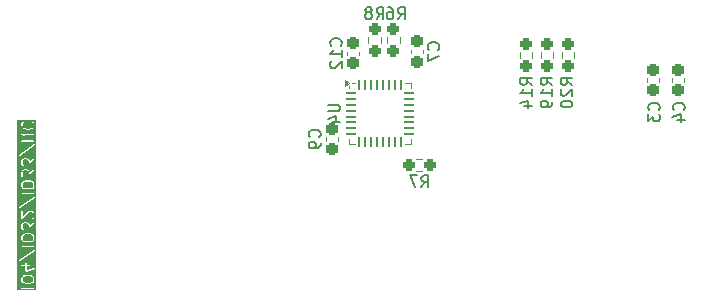
<source format=gbr>
%TF.GenerationSoftware,KiCad,Pcbnew,9.0.3*%
%TF.CreationDate,2025-11-28T17:50:14+01:00*%
%TF.ProjectId,esp32_POE,65737033-325f-4504-9f45-2e6b69636164,rev?*%
%TF.SameCoordinates,Original*%
%TF.FileFunction,Legend,Bot*%
%TF.FilePolarity,Positive*%
%FSLAX46Y46*%
G04 Gerber Fmt 4.6, Leading zero omitted, Abs format (unit mm)*
G04 Created by KiCad (PCBNEW 9.0.3) date 2025-11-28 17:50:14*
%MOMM*%
%LPD*%
G01*
G04 APERTURE LIST*
G04 Aperture macros list*
%AMRoundRect*
0 Rectangle with rounded corners*
0 $1 Rounding radius*
0 $2 $3 $4 $5 $6 $7 $8 $9 X,Y pos of 4 corners*
0 Add a 4 corners polygon primitive as box body*
4,1,4,$2,$3,$4,$5,$6,$7,$8,$9,$2,$3,0*
0 Add four circle primitives for the rounded corners*
1,1,$1+$1,$2,$3*
1,1,$1+$1,$4,$5*
1,1,$1+$1,$6,$7*
1,1,$1+$1,$8,$9*
0 Add four rect primitives between the rounded corners*
20,1,$1+$1,$2,$3,$4,$5,0*
20,1,$1+$1,$4,$5,$6,$7,0*
20,1,$1+$1,$6,$7,$8,$9,0*
20,1,$1+$1,$8,$9,$2,$3,0*%
G04 Aperture macros list end*
%ADD10C,0.100000*%
%ADD11C,0.150000*%
%ADD12C,0.120000*%
%ADD13C,2.400000*%
%ADD14C,1.530000*%
%ADD15C,1.446000*%
%ADD16C,3.250000*%
%ADD17R,1.600000X1.600000*%
%ADD18C,1.600000*%
%ADD19R,2.500000X2.500000*%
%ADD20C,2.500000*%
%ADD21R,2.200000X2.200000*%
%ADD22O,2.200000X2.200000*%
%ADD23R,1.700000X1.700000*%
%ADD24O,1.700000X1.700000*%
%ADD25R,1.350000X1.350000*%
%ADD26O,1.350000X1.350000*%
%ADD27R,1.500000X1.500000*%
%ADD28C,1.500000*%
%ADD29C,0.650000*%
%ADD30O,1.000000X2.100000*%
%ADD31O,1.000000X1.600000*%
%ADD32O,1.600000X1.600000*%
%ADD33C,2.000000*%
%ADD34RoundRect,0.237500X0.237500X-0.250000X0.237500X0.250000X-0.237500X0.250000X-0.237500X-0.250000X0*%
%ADD35RoundRect,0.062500X-0.062500X0.375000X-0.062500X-0.375000X0.062500X-0.375000X0.062500X0.375000X0*%
%ADD36RoundRect,0.062500X-0.375000X0.062500X-0.375000X-0.062500X0.375000X-0.062500X0.375000X0.062500X0*%
%ADD37R,3.300000X3.300000*%
%ADD38RoundRect,0.237500X-0.237500X0.250000X-0.237500X-0.250000X0.237500X-0.250000X0.237500X0.250000X0*%
%ADD39RoundRect,0.237500X-0.237500X0.300000X-0.237500X-0.300000X0.237500X-0.300000X0.237500X0.300000X0*%
%ADD40RoundRect,0.237500X-0.250000X-0.237500X0.250000X-0.237500X0.250000X0.237500X-0.250000X0.237500X0*%
%ADD41RoundRect,0.237500X0.237500X-0.300000X0.237500X0.300000X-0.237500X0.300000X-0.237500X-0.300000X0*%
G04 APERTURE END LIST*
D10*
G36*
X208759161Y-142393645D02*
G01*
X208838867Y-142473351D01*
X208877580Y-142550776D01*
X208877580Y-142717645D01*
X208838867Y-142795070D01*
X208759161Y-142874776D01*
X208588092Y-142917544D01*
X208267069Y-142917544D01*
X208095999Y-142874776D01*
X208016292Y-142795069D01*
X207977580Y-142717645D01*
X207977580Y-142550776D01*
X208016292Y-142473352D01*
X208095999Y-142393645D01*
X208267069Y-142350878D01*
X208588092Y-142350878D01*
X208759161Y-142393645D01*
G37*
G36*
X208759161Y-138869836D02*
G01*
X208838867Y-138949542D01*
X208877580Y-139026967D01*
X208877580Y-139193836D01*
X208838867Y-139271261D01*
X208759161Y-139350967D01*
X208588092Y-139393735D01*
X208267069Y-139393735D01*
X208095999Y-139350967D01*
X208016292Y-139271260D01*
X207977580Y-139193836D01*
X207977580Y-139026967D01*
X208016292Y-138949543D01*
X208095999Y-138869836D01*
X208267069Y-138827069D01*
X208588092Y-138827069D01*
X208759161Y-138869836D01*
G37*
G36*
X208759161Y-134393646D02*
G01*
X208838867Y-134473352D01*
X208877580Y-134550777D01*
X208877580Y-134717646D01*
X208838867Y-134795071D01*
X208759161Y-134874777D01*
X208588092Y-134917545D01*
X208267069Y-134917545D01*
X208095999Y-134874777D01*
X208016292Y-134795070D01*
X207977580Y-134717646D01*
X207977580Y-134550777D01*
X208016292Y-134473353D01*
X208095999Y-134393646D01*
X208267069Y-134350879D01*
X208588092Y-134350879D01*
X208759161Y-134393646D01*
G37*
G36*
X209136185Y-143557226D02*
G01*
X207529325Y-143557226D01*
X207529325Y-143376981D01*
X207881386Y-143376981D01*
X207881386Y-143415249D01*
X207908446Y-143442309D01*
X207927580Y-143446115D01*
X208927580Y-143446115D01*
X208946714Y-143442309D01*
X208973774Y-143415249D01*
X208973774Y-143376981D01*
X208946714Y-143349921D01*
X208927580Y-143346115D01*
X207927580Y-143346115D01*
X207908446Y-143349921D01*
X207881386Y-143376981D01*
X207529325Y-143376981D01*
X207529325Y-142538973D01*
X207877580Y-142538973D01*
X207877580Y-142729449D01*
X207878068Y-142731905D01*
X207877706Y-142732994D01*
X207879822Y-142740721D01*
X207881386Y-142748583D01*
X207882197Y-142749394D01*
X207882859Y-142751810D01*
X207930479Y-142847048D01*
X207935394Y-142853382D01*
X207939845Y-142860042D01*
X208035083Y-142955280D01*
X208039585Y-142958288D01*
X208040672Y-142960099D01*
X208046210Y-142962715D01*
X208051304Y-142966119D01*
X208053415Y-142966119D01*
X208058311Y-142968432D01*
X208248787Y-143016051D01*
X208254904Y-143016348D01*
X208260914Y-143017544D01*
X208594247Y-143017544D01*
X208600256Y-143016348D01*
X208606374Y-143016051D01*
X208796850Y-142968432D01*
X208801746Y-142966119D01*
X208803857Y-142966119D01*
X208808950Y-142962715D01*
X208814489Y-142960099D01*
X208815575Y-142958288D01*
X208820078Y-142955280D01*
X208915316Y-142860042D01*
X208919766Y-142853382D01*
X208924682Y-142847048D01*
X208972301Y-142751810D01*
X208972962Y-142749394D01*
X208973774Y-142748583D01*
X208975337Y-142740721D01*
X208977454Y-142732994D01*
X208977091Y-142731905D01*
X208977580Y-142729449D01*
X208977580Y-142538973D01*
X208977091Y-142536516D01*
X208977454Y-142535428D01*
X208975337Y-142527700D01*
X208973774Y-142519839D01*
X208972962Y-142519027D01*
X208972301Y-142516612D01*
X208924682Y-142421374D01*
X208919766Y-142415039D01*
X208915316Y-142408380D01*
X208820078Y-142313142D01*
X208815575Y-142310133D01*
X208814489Y-142308323D01*
X208808950Y-142305706D01*
X208803857Y-142302303D01*
X208801746Y-142302303D01*
X208796850Y-142299990D01*
X208606374Y-142252371D01*
X208600256Y-142252073D01*
X208594247Y-142250878D01*
X208260914Y-142250878D01*
X208254904Y-142252073D01*
X208248787Y-142252371D01*
X208058311Y-142299990D01*
X208053415Y-142302303D01*
X208051304Y-142302303D01*
X208046210Y-142305706D01*
X208040672Y-142308323D01*
X208039585Y-142310133D01*
X208035083Y-142313142D01*
X207939845Y-142408380D01*
X207935394Y-142415039D01*
X207930479Y-142421374D01*
X207882859Y-142516612D01*
X207882197Y-142519027D01*
X207881386Y-142519839D01*
X207879822Y-142527700D01*
X207877706Y-142535428D01*
X207878068Y-142536516D01*
X207877580Y-142538973D01*
X207529325Y-142538973D01*
X207529325Y-141424601D01*
X207881386Y-141424601D01*
X207881386Y-141462869D01*
X207908446Y-141489929D01*
X207927580Y-141493735D01*
X208210914Y-141493735D01*
X208210914Y-141919925D01*
X208214720Y-141939059D01*
X208220538Y-141944877D01*
X208223141Y-141952685D01*
X208233550Y-141957889D01*
X208241780Y-141966119D01*
X208250010Y-141966119D01*
X208257370Y-141969799D01*
X208276725Y-141967359D01*
X208991011Y-141729264D01*
X209007959Y-141719603D01*
X209025074Y-141685374D01*
X209012972Y-141649070D01*
X208978744Y-141631956D01*
X208959388Y-141634396D01*
X208310914Y-141850554D01*
X208310914Y-141493735D01*
X208594247Y-141493735D01*
X208613381Y-141489929D01*
X208640441Y-141462869D01*
X208640441Y-141424601D01*
X208613381Y-141397541D01*
X208594247Y-141393735D01*
X208310914Y-141393735D01*
X208310914Y-141300878D01*
X208307108Y-141281744D01*
X208280048Y-141254684D01*
X208241780Y-141254684D01*
X208214720Y-141281744D01*
X208210914Y-141300878D01*
X208210914Y-141393735D01*
X207927580Y-141393735D01*
X207908446Y-141397541D01*
X207881386Y-141424601D01*
X207529325Y-141424601D01*
X207529325Y-141072485D01*
X207640436Y-141072485D01*
X207661663Y-141104326D01*
X207699188Y-141111831D01*
X207717220Y-141104385D01*
X209002935Y-140247243D01*
X209016744Y-140233462D01*
X209024249Y-140195937D01*
X209003022Y-140164096D01*
X208965496Y-140156591D01*
X208947465Y-140164038D01*
X207661750Y-141021179D01*
X207647941Y-141034960D01*
X207640436Y-141072485D01*
X207529325Y-141072485D01*
X207529325Y-139853172D01*
X207881386Y-139853172D01*
X207881386Y-139891440D01*
X207908446Y-139918500D01*
X207927580Y-139922306D01*
X208927580Y-139922306D01*
X208946714Y-139918500D01*
X208973774Y-139891440D01*
X208973774Y-139853172D01*
X208946714Y-139826112D01*
X208927580Y-139822306D01*
X207927580Y-139822306D01*
X207908446Y-139826112D01*
X207881386Y-139853172D01*
X207529325Y-139853172D01*
X207529325Y-139015164D01*
X207877580Y-139015164D01*
X207877580Y-139205640D01*
X207878068Y-139208096D01*
X207877706Y-139209185D01*
X207879822Y-139216912D01*
X207881386Y-139224774D01*
X207882197Y-139225585D01*
X207882859Y-139228001D01*
X207930479Y-139323239D01*
X207935394Y-139329573D01*
X207939845Y-139336233D01*
X208035083Y-139431471D01*
X208039585Y-139434479D01*
X208040672Y-139436290D01*
X208046210Y-139438906D01*
X208051304Y-139442310D01*
X208053415Y-139442310D01*
X208058311Y-139444623D01*
X208248787Y-139492242D01*
X208254904Y-139492539D01*
X208260914Y-139493735D01*
X208594247Y-139493735D01*
X208600256Y-139492539D01*
X208606374Y-139492242D01*
X208796850Y-139444623D01*
X208801746Y-139442310D01*
X208803857Y-139442310D01*
X208808950Y-139438906D01*
X208814489Y-139436290D01*
X208815575Y-139434479D01*
X208820078Y-139431471D01*
X208915316Y-139336233D01*
X208919766Y-139329573D01*
X208924682Y-139323239D01*
X208972301Y-139228001D01*
X208972962Y-139225585D01*
X208973774Y-139224774D01*
X208975337Y-139216912D01*
X208977454Y-139209185D01*
X208977091Y-139208096D01*
X208977580Y-139205640D01*
X208977580Y-139015164D01*
X208977091Y-139012707D01*
X208977454Y-139011619D01*
X208975337Y-139003891D01*
X208973774Y-138996030D01*
X208972962Y-138995218D01*
X208972301Y-138992803D01*
X208924682Y-138897565D01*
X208919766Y-138891230D01*
X208915316Y-138884571D01*
X208820078Y-138789333D01*
X208815575Y-138786324D01*
X208814489Y-138784514D01*
X208808950Y-138781897D01*
X208803857Y-138778494D01*
X208801746Y-138778494D01*
X208796850Y-138776181D01*
X208606374Y-138728562D01*
X208600256Y-138728264D01*
X208594247Y-138727069D01*
X208260914Y-138727069D01*
X208254904Y-138728264D01*
X208248787Y-138728562D01*
X208058311Y-138776181D01*
X208053415Y-138778494D01*
X208051304Y-138778494D01*
X208046210Y-138781897D01*
X208040672Y-138784514D01*
X208039585Y-138786324D01*
X208035083Y-138789333D01*
X207939845Y-138884571D01*
X207935394Y-138891230D01*
X207930479Y-138897565D01*
X207882859Y-138992803D01*
X207882197Y-138995218D01*
X207881386Y-138996030D01*
X207879822Y-139003891D01*
X207877706Y-139011619D01*
X207878068Y-139012707D01*
X207877580Y-139015164D01*
X207529325Y-139015164D01*
X207529325Y-138015164D01*
X207877580Y-138015164D01*
X207877580Y-138300878D01*
X207878068Y-138303334D01*
X207877706Y-138304423D01*
X207879822Y-138312150D01*
X207881386Y-138320012D01*
X207882197Y-138320823D01*
X207882859Y-138323239D01*
X207930479Y-138418477D01*
X207935394Y-138424811D01*
X207939845Y-138431471D01*
X207987463Y-138479090D01*
X208003684Y-138489929D01*
X208041953Y-138489929D01*
X208069013Y-138462869D01*
X208069013Y-138424600D01*
X208058174Y-138408379D01*
X208016292Y-138366498D01*
X207977580Y-138289074D01*
X207977580Y-138026967D01*
X208016292Y-137949543D01*
X208052437Y-137913399D01*
X208129861Y-137874688D01*
X208344349Y-137874688D01*
X208421772Y-137913399D01*
X208457916Y-137949544D01*
X208496628Y-138026967D01*
X208496628Y-138158021D01*
X208499402Y-138171967D01*
X208499264Y-138174040D01*
X208499976Y-138174854D01*
X208500434Y-138177155D01*
X208512874Y-138189595D01*
X208524463Y-138202840D01*
X208526237Y-138202958D01*
X208527494Y-138204215D01*
X208545093Y-138204215D01*
X208562647Y-138205385D01*
X208564679Y-138204215D01*
X208565762Y-138204215D01*
X208567232Y-138202744D01*
X208579553Y-138195650D01*
X208877580Y-137934876D01*
X208877580Y-138443735D01*
X208881386Y-138462869D01*
X208908446Y-138489929D01*
X208946714Y-138489929D01*
X208973774Y-138462869D01*
X208977580Y-138443735D01*
X208977580Y-137824688D01*
X208974805Y-137810741D01*
X208974944Y-137808669D01*
X208974231Y-137807854D01*
X208973774Y-137805554D01*
X208961333Y-137793113D01*
X208949745Y-137779869D01*
X208947970Y-137779750D01*
X208946714Y-137778494D01*
X208929115Y-137778494D01*
X208911561Y-137777324D01*
X208909529Y-137778494D01*
X208908446Y-137778494D01*
X208906975Y-137779964D01*
X208894655Y-137787059D01*
X208596628Y-138047832D01*
X208596628Y-138015164D01*
X208596139Y-138012707D01*
X208596502Y-138011619D01*
X208594385Y-138003891D01*
X208592822Y-137996030D01*
X208592010Y-137995218D01*
X208591349Y-137992803D01*
X208543730Y-137897565D01*
X208538818Y-137891236D01*
X208534364Y-137884570D01*
X208486745Y-137836952D01*
X208480083Y-137832500D01*
X208473750Y-137827585D01*
X208378513Y-137779967D01*
X208376097Y-137779305D01*
X208375286Y-137778494D01*
X208367424Y-137776930D01*
X208359697Y-137774814D01*
X208358608Y-137775176D01*
X208356152Y-137774688D01*
X208118057Y-137774688D01*
X208115600Y-137775176D01*
X208114512Y-137774814D01*
X208106784Y-137776930D01*
X208098923Y-137778494D01*
X208098111Y-137779305D01*
X208095696Y-137779967D01*
X208000458Y-137827586D01*
X207994129Y-137832497D01*
X207987463Y-137836952D01*
X207939845Y-137884571D01*
X207935394Y-137891230D01*
X207930479Y-137897565D01*
X207882859Y-137992803D01*
X207882197Y-137995218D01*
X207881386Y-137996030D01*
X207879822Y-138003891D01*
X207877706Y-138011619D01*
X207878068Y-138012707D01*
X207877580Y-138015164D01*
X207529325Y-138015164D01*
X207529325Y-136872307D01*
X207877580Y-136872307D01*
X207877580Y-137491354D01*
X207881386Y-137510488D01*
X207908446Y-137537548D01*
X207946714Y-137537548D01*
X207962935Y-137526709D01*
X208526017Y-136963627D01*
X208649979Y-136922307D01*
X208725301Y-136922307D01*
X208802724Y-136961018D01*
X208838868Y-136997163D01*
X208877580Y-137074586D01*
X208877580Y-137289074D01*
X208838868Y-137366497D01*
X208796987Y-137408380D01*
X208786148Y-137424601D01*
X208786148Y-137462869D01*
X208813208Y-137489929D01*
X208851476Y-137489929D01*
X208867697Y-137479090D01*
X208915316Y-137431472D01*
X208919770Y-137424805D01*
X208924682Y-137418477D01*
X208972301Y-137323239D01*
X208972962Y-137320823D01*
X208973774Y-137320012D01*
X208975337Y-137312150D01*
X208977454Y-137304423D01*
X208977091Y-137303334D01*
X208977580Y-137300878D01*
X208977580Y-137062783D01*
X208977091Y-137060326D01*
X208977454Y-137059238D01*
X208975337Y-137051510D01*
X208973774Y-137043649D01*
X208972962Y-137042837D01*
X208972301Y-137040422D01*
X208924682Y-136945184D01*
X208919770Y-136938855D01*
X208915316Y-136932189D01*
X208867697Y-136884571D01*
X208861035Y-136880119D01*
X208854702Y-136875204D01*
X208759465Y-136827586D01*
X208757049Y-136826924D01*
X208756238Y-136826113D01*
X208748376Y-136824549D01*
X208740649Y-136822433D01*
X208739560Y-136822795D01*
X208737104Y-136822307D01*
X208641866Y-136822307D01*
X208634004Y-136823870D01*
X208626054Y-136824873D01*
X208483198Y-136872492D01*
X208481023Y-136873732D01*
X208479875Y-136873732D01*
X208473214Y-136878182D01*
X208466249Y-136882153D01*
X208465735Y-136883180D01*
X208463654Y-136884571D01*
X207977580Y-137370644D01*
X207977580Y-136872307D01*
X207973774Y-136853173D01*
X207946714Y-136826113D01*
X207908446Y-136826113D01*
X207881386Y-136853173D01*
X207877580Y-136872307D01*
X207529325Y-136872307D01*
X207529325Y-136596295D01*
X207640436Y-136596295D01*
X207661663Y-136628136D01*
X207699188Y-136635641D01*
X207717220Y-136628195D01*
X209002935Y-135771053D01*
X209016744Y-135757272D01*
X209024249Y-135719747D01*
X209003022Y-135687906D01*
X208965496Y-135680401D01*
X208947465Y-135687848D01*
X207661750Y-136544989D01*
X207647941Y-136558770D01*
X207640436Y-136596295D01*
X207529325Y-136596295D01*
X207529325Y-135376982D01*
X207881386Y-135376982D01*
X207881386Y-135415250D01*
X207908446Y-135442310D01*
X207927580Y-135446116D01*
X208927580Y-135446116D01*
X208946714Y-135442310D01*
X208973774Y-135415250D01*
X208973774Y-135376982D01*
X208946714Y-135349922D01*
X208927580Y-135346116D01*
X207927580Y-135346116D01*
X207908446Y-135349922D01*
X207881386Y-135376982D01*
X207529325Y-135376982D01*
X207529325Y-134538974D01*
X207877580Y-134538974D01*
X207877580Y-134729450D01*
X207878068Y-134731906D01*
X207877706Y-134732995D01*
X207879822Y-134740722D01*
X207881386Y-134748584D01*
X207882197Y-134749395D01*
X207882859Y-134751811D01*
X207930479Y-134847049D01*
X207935394Y-134853383D01*
X207939845Y-134860043D01*
X208035083Y-134955281D01*
X208039585Y-134958289D01*
X208040672Y-134960100D01*
X208046210Y-134962716D01*
X208051304Y-134966120D01*
X208053415Y-134966120D01*
X208058311Y-134968433D01*
X208248787Y-135016052D01*
X208254904Y-135016349D01*
X208260914Y-135017545D01*
X208594247Y-135017545D01*
X208600256Y-135016349D01*
X208606374Y-135016052D01*
X208796850Y-134968433D01*
X208801746Y-134966120D01*
X208803857Y-134966120D01*
X208808950Y-134962716D01*
X208814489Y-134960100D01*
X208815575Y-134958289D01*
X208820078Y-134955281D01*
X208915316Y-134860043D01*
X208919766Y-134853383D01*
X208924682Y-134847049D01*
X208972301Y-134751811D01*
X208972962Y-134749395D01*
X208973774Y-134748584D01*
X208975337Y-134740722D01*
X208977454Y-134732995D01*
X208977091Y-134731906D01*
X208977580Y-134729450D01*
X208977580Y-134538974D01*
X208977091Y-134536517D01*
X208977454Y-134535429D01*
X208975337Y-134527701D01*
X208973774Y-134519840D01*
X208972962Y-134519028D01*
X208972301Y-134516613D01*
X208924682Y-134421375D01*
X208919766Y-134415040D01*
X208915316Y-134408381D01*
X208820078Y-134313143D01*
X208815575Y-134310134D01*
X208814489Y-134308324D01*
X208808950Y-134305707D01*
X208803857Y-134302304D01*
X208801746Y-134302304D01*
X208796850Y-134299991D01*
X208606374Y-134252372D01*
X208600256Y-134252074D01*
X208594247Y-134250879D01*
X208260914Y-134250879D01*
X208254904Y-134252074D01*
X208248787Y-134252372D01*
X208058311Y-134299991D01*
X208053415Y-134302304D01*
X208051304Y-134302304D01*
X208046210Y-134305707D01*
X208040672Y-134308324D01*
X208039585Y-134310134D01*
X208035083Y-134313143D01*
X207939845Y-134408381D01*
X207935394Y-134415040D01*
X207930479Y-134421375D01*
X207882859Y-134516613D01*
X207882197Y-134519028D01*
X207881386Y-134519840D01*
X207879822Y-134527701D01*
X207877706Y-134535429D01*
X207878068Y-134536517D01*
X207877580Y-134538974D01*
X207529325Y-134538974D01*
X207529325Y-133538974D01*
X207877580Y-133538974D01*
X207877580Y-133824688D01*
X207878068Y-133827144D01*
X207877706Y-133828233D01*
X207879822Y-133835960D01*
X207881386Y-133843822D01*
X207882197Y-133844633D01*
X207882859Y-133847049D01*
X207930479Y-133942287D01*
X207935394Y-133948621D01*
X207939845Y-133955281D01*
X207987463Y-134002900D01*
X208003684Y-134013739D01*
X208041953Y-134013739D01*
X208069013Y-133986679D01*
X208069013Y-133948410D01*
X208058174Y-133932189D01*
X208016292Y-133890308D01*
X207977580Y-133812884D01*
X207977580Y-133550777D01*
X208016292Y-133473353D01*
X208052437Y-133437209D01*
X208129861Y-133398498D01*
X208344349Y-133398498D01*
X208421772Y-133437209D01*
X208457916Y-133473354D01*
X208496628Y-133550777D01*
X208496628Y-133681831D01*
X208499402Y-133695777D01*
X208499264Y-133697850D01*
X208499976Y-133698664D01*
X208500434Y-133700965D01*
X208512874Y-133713405D01*
X208524463Y-133726650D01*
X208526237Y-133726768D01*
X208527494Y-133728025D01*
X208545093Y-133728025D01*
X208562647Y-133729195D01*
X208564679Y-133728025D01*
X208565762Y-133728025D01*
X208567232Y-133726554D01*
X208579553Y-133719460D01*
X208877580Y-133458686D01*
X208877580Y-133967545D01*
X208881386Y-133986679D01*
X208908446Y-134013739D01*
X208946714Y-134013739D01*
X208973774Y-133986679D01*
X208977580Y-133967545D01*
X208977580Y-133348498D01*
X208974805Y-133334551D01*
X208974944Y-133332479D01*
X208974231Y-133331664D01*
X208973774Y-133329364D01*
X208961333Y-133316923D01*
X208949745Y-133303679D01*
X208947970Y-133303560D01*
X208946714Y-133302304D01*
X208929115Y-133302304D01*
X208911561Y-133301134D01*
X208909529Y-133302304D01*
X208908446Y-133302304D01*
X208906975Y-133303774D01*
X208894655Y-133310869D01*
X208596628Y-133571642D01*
X208596628Y-133538974D01*
X208596139Y-133536517D01*
X208596502Y-133535429D01*
X208594385Y-133527701D01*
X208592822Y-133519840D01*
X208592010Y-133519028D01*
X208591349Y-133516613D01*
X208543730Y-133421375D01*
X208538818Y-133415046D01*
X208534364Y-133408380D01*
X208486745Y-133360762D01*
X208480083Y-133356310D01*
X208473750Y-133351395D01*
X208378513Y-133303777D01*
X208376097Y-133303115D01*
X208375286Y-133302304D01*
X208367424Y-133300740D01*
X208359697Y-133298624D01*
X208358608Y-133298986D01*
X208356152Y-133298498D01*
X208118057Y-133298498D01*
X208115600Y-133298986D01*
X208114512Y-133298624D01*
X208106784Y-133300740D01*
X208098923Y-133302304D01*
X208098111Y-133303115D01*
X208095696Y-133303777D01*
X208000458Y-133351396D01*
X207994129Y-133356307D01*
X207987463Y-133360762D01*
X207939845Y-133408381D01*
X207935394Y-133415040D01*
X207930479Y-133421375D01*
X207882859Y-133516613D01*
X207882197Y-133519028D01*
X207881386Y-133519840D01*
X207879822Y-133527701D01*
X207877706Y-133535429D01*
X207878068Y-133536517D01*
X207877580Y-133538974D01*
X207529325Y-133538974D01*
X207529325Y-132586593D01*
X207877580Y-132586593D01*
X207877580Y-132872307D01*
X207878068Y-132874763D01*
X207877706Y-132875852D01*
X207879822Y-132883579D01*
X207881386Y-132891441D01*
X207882197Y-132892252D01*
X207882859Y-132894668D01*
X207930479Y-132989906D01*
X207935394Y-132996240D01*
X207939845Y-133002900D01*
X207987463Y-133050519D01*
X208003684Y-133061358D01*
X208041953Y-133061358D01*
X208069013Y-133034298D01*
X208069013Y-132996029D01*
X208058174Y-132979808D01*
X208016292Y-132937927D01*
X207977580Y-132860503D01*
X207977580Y-132598396D01*
X208016292Y-132520972D01*
X208052437Y-132484828D01*
X208129861Y-132446117D01*
X208344349Y-132446117D01*
X208421772Y-132484828D01*
X208457916Y-132520973D01*
X208496628Y-132598396D01*
X208496628Y-132729450D01*
X208499402Y-132743396D01*
X208499264Y-132745469D01*
X208499976Y-132746283D01*
X208500434Y-132748584D01*
X208512874Y-132761024D01*
X208524463Y-132774269D01*
X208526237Y-132774387D01*
X208527494Y-132775644D01*
X208545093Y-132775644D01*
X208562647Y-132776814D01*
X208564679Y-132775644D01*
X208565762Y-132775644D01*
X208567232Y-132774173D01*
X208579553Y-132767079D01*
X208877580Y-132506305D01*
X208877580Y-133015164D01*
X208881386Y-133034298D01*
X208908446Y-133061358D01*
X208946714Y-133061358D01*
X208973774Y-133034298D01*
X208977580Y-133015164D01*
X208977580Y-132396117D01*
X208974805Y-132382170D01*
X208974944Y-132380098D01*
X208974231Y-132379283D01*
X208973774Y-132376983D01*
X208961333Y-132364542D01*
X208949745Y-132351298D01*
X208947970Y-132351179D01*
X208946714Y-132349923D01*
X208929115Y-132349923D01*
X208911561Y-132348753D01*
X208909529Y-132349923D01*
X208908446Y-132349923D01*
X208906975Y-132351393D01*
X208894655Y-132358488D01*
X208596628Y-132619261D01*
X208596628Y-132586593D01*
X208596139Y-132584136D01*
X208596502Y-132583048D01*
X208594385Y-132575320D01*
X208592822Y-132567459D01*
X208592010Y-132566647D01*
X208591349Y-132564232D01*
X208543730Y-132468994D01*
X208538818Y-132462665D01*
X208534364Y-132455999D01*
X208486745Y-132408381D01*
X208480083Y-132403929D01*
X208473750Y-132399014D01*
X208378513Y-132351396D01*
X208376097Y-132350734D01*
X208375286Y-132349923D01*
X208367424Y-132348359D01*
X208359697Y-132346243D01*
X208358608Y-132346605D01*
X208356152Y-132346117D01*
X208118057Y-132346117D01*
X208115600Y-132346605D01*
X208114512Y-132346243D01*
X208106784Y-132348359D01*
X208098923Y-132349923D01*
X208098111Y-132350734D01*
X208095696Y-132351396D01*
X208000458Y-132399015D01*
X207994129Y-132403926D01*
X207987463Y-132408381D01*
X207939845Y-132456000D01*
X207935394Y-132462659D01*
X207930479Y-132468994D01*
X207882859Y-132564232D01*
X207882197Y-132566647D01*
X207881386Y-132567459D01*
X207879822Y-132575320D01*
X207877706Y-132583048D01*
X207878068Y-132584136D01*
X207877580Y-132586593D01*
X207529325Y-132586593D01*
X207529325Y-132120105D01*
X207640436Y-132120105D01*
X207661663Y-132151946D01*
X207699188Y-132159451D01*
X207717220Y-132152005D01*
X209002935Y-131294863D01*
X209016744Y-131281082D01*
X209024249Y-131243557D01*
X209003022Y-131211716D01*
X208965496Y-131204211D01*
X208947465Y-131211658D01*
X207661750Y-132068799D01*
X207647941Y-132082580D01*
X207640436Y-132120105D01*
X207529325Y-132120105D01*
X207529325Y-130342192D01*
X207877979Y-130342192D01*
X207881386Y-130354684D01*
X207881386Y-130367632D01*
X207886240Y-130372486D01*
X207888048Y-130379113D01*
X207902773Y-130391910D01*
X208739302Y-130869926D01*
X207927580Y-130869926D01*
X207908446Y-130873732D01*
X207881386Y-130900792D01*
X207881386Y-130939060D01*
X207908446Y-130966120D01*
X207927580Y-130969926D01*
X208927580Y-130969926D01*
X208946714Y-130966120D01*
X208951568Y-130961265D01*
X208958195Y-130959458D01*
X208964620Y-130948213D01*
X208973774Y-130939060D01*
X208973774Y-130932194D01*
X208977181Y-130926232D01*
X208973774Y-130913739D01*
X208973774Y-130900792D01*
X208968918Y-130895936D01*
X208967112Y-130889312D01*
X208952387Y-130876514D01*
X208115858Y-130398498D01*
X208927580Y-130398498D01*
X208946714Y-130394692D01*
X208973774Y-130367632D01*
X208973774Y-130329364D01*
X208946714Y-130302304D01*
X208927580Y-130298498D01*
X207927580Y-130298498D01*
X207908446Y-130302304D01*
X207903591Y-130307158D01*
X207896965Y-130308966D01*
X207890539Y-130320210D01*
X207881386Y-130329364D01*
X207881386Y-130336229D01*
X207877979Y-130342192D01*
X207529325Y-130342192D01*
X207529325Y-129491355D01*
X207877580Y-129491355D01*
X207877580Y-129586593D01*
X207879143Y-129594454D01*
X207880146Y-129602405D01*
X207927766Y-129745262D01*
X207929006Y-129747437D01*
X207929006Y-129748584D01*
X207933455Y-129755242D01*
X207937427Y-129762210D01*
X207938454Y-129762723D01*
X207939845Y-129764805D01*
X208035083Y-129860043D01*
X208041742Y-129864493D01*
X208048077Y-129869409D01*
X208143315Y-129917028D01*
X208148596Y-129918474D01*
X208153549Y-129920814D01*
X208344025Y-129968433D01*
X208350142Y-129968730D01*
X208356152Y-129969926D01*
X208499009Y-129969926D01*
X208505018Y-129968730D01*
X208511136Y-129968433D01*
X208701612Y-129920814D01*
X208706564Y-129918474D01*
X208711846Y-129917028D01*
X208807083Y-129869410D01*
X208813416Y-129864494D01*
X208820078Y-129860043D01*
X208915316Y-129764805D01*
X208916706Y-129762723D01*
X208917734Y-129762210D01*
X208921704Y-129755244D01*
X208926155Y-129748584D01*
X208926155Y-129747436D01*
X208927395Y-129745261D01*
X208975014Y-129602405D01*
X208976016Y-129594454D01*
X208977580Y-129586593D01*
X208977580Y-129491355D01*
X208976016Y-129483493D01*
X208975014Y-129475543D01*
X208927395Y-129332687D01*
X208926155Y-129330511D01*
X208926155Y-129329363D01*
X208921700Y-129322696D01*
X208917734Y-129315738D01*
X208916707Y-129315224D01*
X208915316Y-129313142D01*
X208867697Y-129265524D01*
X208851476Y-129254685D01*
X208813208Y-129254685D01*
X208786148Y-129281745D01*
X208786148Y-129320013D01*
X208796987Y-129336234D01*
X208836259Y-129375507D01*
X208877580Y-129499468D01*
X208877580Y-129578480D01*
X208836259Y-129702441D01*
X208755106Y-129783595D01*
X208672034Y-129825131D01*
X208492854Y-129869926D01*
X208362307Y-129869926D01*
X208183128Y-129825131D01*
X208100054Y-129783594D01*
X208018901Y-129702441D01*
X207977580Y-129578478D01*
X207977580Y-129499469D01*
X208018901Y-129375506D01*
X208058174Y-129336235D01*
X208069013Y-129320014D01*
X208069013Y-129281745D01*
X208041953Y-129254685D01*
X208003684Y-129254685D01*
X207987463Y-129265524D01*
X207939845Y-129313143D01*
X207938454Y-129315224D01*
X207937427Y-129315738D01*
X207933455Y-129322705D01*
X207929006Y-129329364D01*
X207929006Y-129330510D01*
X207927766Y-129332686D01*
X207880146Y-129475543D01*
X207879143Y-129483493D01*
X207877580Y-129491355D01*
X207529325Y-129491355D01*
X207529325Y-129143574D01*
X209136185Y-129143574D01*
X209136185Y-143557226D01*
G37*
D11*
X237941666Y-120604819D02*
X238274999Y-120128628D01*
X238513094Y-120604819D02*
X238513094Y-119604819D01*
X238513094Y-119604819D02*
X238132142Y-119604819D01*
X238132142Y-119604819D02*
X238036904Y-119652438D01*
X238036904Y-119652438D02*
X237989285Y-119700057D01*
X237989285Y-119700057D02*
X237941666Y-119795295D01*
X237941666Y-119795295D02*
X237941666Y-119938152D01*
X237941666Y-119938152D02*
X237989285Y-120033390D01*
X237989285Y-120033390D02*
X238036904Y-120081009D01*
X238036904Y-120081009D02*
X238132142Y-120128628D01*
X238132142Y-120128628D02*
X238513094Y-120128628D01*
X237370237Y-120033390D02*
X237465475Y-119985771D01*
X237465475Y-119985771D02*
X237513094Y-119938152D01*
X237513094Y-119938152D02*
X237560713Y-119842914D01*
X237560713Y-119842914D02*
X237560713Y-119795295D01*
X237560713Y-119795295D02*
X237513094Y-119700057D01*
X237513094Y-119700057D02*
X237465475Y-119652438D01*
X237465475Y-119652438D02*
X237370237Y-119604819D01*
X237370237Y-119604819D02*
X237179761Y-119604819D01*
X237179761Y-119604819D02*
X237084523Y-119652438D01*
X237084523Y-119652438D02*
X237036904Y-119700057D01*
X237036904Y-119700057D02*
X236989285Y-119795295D01*
X236989285Y-119795295D02*
X236989285Y-119842914D01*
X236989285Y-119842914D02*
X237036904Y-119938152D01*
X237036904Y-119938152D02*
X237084523Y-119985771D01*
X237084523Y-119985771D02*
X237179761Y-120033390D01*
X237179761Y-120033390D02*
X237370237Y-120033390D01*
X237370237Y-120033390D02*
X237465475Y-120081009D01*
X237465475Y-120081009D02*
X237513094Y-120128628D01*
X237513094Y-120128628D02*
X237560713Y-120223866D01*
X237560713Y-120223866D02*
X237560713Y-120414342D01*
X237560713Y-120414342D02*
X237513094Y-120509580D01*
X237513094Y-120509580D02*
X237465475Y-120557200D01*
X237465475Y-120557200D02*
X237370237Y-120604819D01*
X237370237Y-120604819D02*
X237179761Y-120604819D01*
X237179761Y-120604819D02*
X237084523Y-120557200D01*
X237084523Y-120557200D02*
X237036904Y-120509580D01*
X237036904Y-120509580D02*
X236989285Y-120414342D01*
X236989285Y-120414342D02*
X236989285Y-120223866D01*
X236989285Y-120223866D02*
X237036904Y-120128628D01*
X237036904Y-120128628D02*
X237084523Y-120081009D01*
X237084523Y-120081009D02*
X237179761Y-120033390D01*
X233849819Y-127838095D02*
X234659342Y-127838095D01*
X234659342Y-127838095D02*
X234754580Y-127885714D01*
X234754580Y-127885714D02*
X234802200Y-127933333D01*
X234802200Y-127933333D02*
X234849819Y-128028571D01*
X234849819Y-128028571D02*
X234849819Y-128219047D01*
X234849819Y-128219047D02*
X234802200Y-128314285D01*
X234802200Y-128314285D02*
X234754580Y-128361904D01*
X234754580Y-128361904D02*
X234659342Y-128409523D01*
X234659342Y-128409523D02*
X233849819Y-128409523D01*
X234183152Y-129314285D02*
X234849819Y-129314285D01*
X233802200Y-129076190D02*
X234516485Y-128838095D01*
X234516485Y-128838095D02*
X234516485Y-129457142D01*
X251129819Y-126157142D02*
X250653628Y-125823809D01*
X251129819Y-125585714D02*
X250129819Y-125585714D01*
X250129819Y-125585714D02*
X250129819Y-125966666D01*
X250129819Y-125966666D02*
X250177438Y-126061904D01*
X250177438Y-126061904D02*
X250225057Y-126109523D01*
X250225057Y-126109523D02*
X250320295Y-126157142D01*
X250320295Y-126157142D02*
X250463152Y-126157142D01*
X250463152Y-126157142D02*
X250558390Y-126109523D01*
X250558390Y-126109523D02*
X250606009Y-126061904D01*
X250606009Y-126061904D02*
X250653628Y-125966666D01*
X250653628Y-125966666D02*
X250653628Y-125585714D01*
X251129819Y-127109523D02*
X251129819Y-126538095D01*
X251129819Y-126823809D02*
X250129819Y-126823809D01*
X250129819Y-126823809D02*
X250272676Y-126728571D01*
X250272676Y-126728571D02*
X250367914Y-126633333D01*
X250367914Y-126633333D02*
X250415533Y-126538095D01*
X250463152Y-127966666D02*
X251129819Y-127966666D01*
X250082200Y-127728571D02*
X250796485Y-127490476D01*
X250796485Y-127490476D02*
X250796485Y-128109523D01*
X263934580Y-128283333D02*
X263982200Y-128235714D01*
X263982200Y-128235714D02*
X264029819Y-128092857D01*
X264029819Y-128092857D02*
X264029819Y-127997619D01*
X264029819Y-127997619D02*
X263982200Y-127854762D01*
X263982200Y-127854762D02*
X263886961Y-127759524D01*
X263886961Y-127759524D02*
X263791723Y-127711905D01*
X263791723Y-127711905D02*
X263601247Y-127664286D01*
X263601247Y-127664286D02*
X263458390Y-127664286D01*
X263458390Y-127664286D02*
X263267914Y-127711905D01*
X263267914Y-127711905D02*
X263172676Y-127759524D01*
X263172676Y-127759524D02*
X263077438Y-127854762D01*
X263077438Y-127854762D02*
X263029819Y-127997619D01*
X263029819Y-127997619D02*
X263029819Y-128092857D01*
X263029819Y-128092857D02*
X263077438Y-128235714D01*
X263077438Y-128235714D02*
X263125057Y-128283333D01*
X263363152Y-129140476D02*
X264029819Y-129140476D01*
X262982200Y-128902381D02*
X263696485Y-128664286D01*
X263696485Y-128664286D02*
X263696485Y-129283333D01*
X239741666Y-120604819D02*
X240074999Y-120128628D01*
X240313094Y-120604819D02*
X240313094Y-119604819D01*
X240313094Y-119604819D02*
X239932142Y-119604819D01*
X239932142Y-119604819D02*
X239836904Y-119652438D01*
X239836904Y-119652438D02*
X239789285Y-119700057D01*
X239789285Y-119700057D02*
X239741666Y-119795295D01*
X239741666Y-119795295D02*
X239741666Y-119938152D01*
X239741666Y-119938152D02*
X239789285Y-120033390D01*
X239789285Y-120033390D02*
X239836904Y-120081009D01*
X239836904Y-120081009D02*
X239932142Y-120128628D01*
X239932142Y-120128628D02*
X240313094Y-120128628D01*
X238884523Y-119604819D02*
X239074999Y-119604819D01*
X239074999Y-119604819D02*
X239170237Y-119652438D01*
X239170237Y-119652438D02*
X239217856Y-119700057D01*
X239217856Y-119700057D02*
X239313094Y-119842914D01*
X239313094Y-119842914D02*
X239360713Y-120033390D01*
X239360713Y-120033390D02*
X239360713Y-120414342D01*
X239360713Y-120414342D02*
X239313094Y-120509580D01*
X239313094Y-120509580D02*
X239265475Y-120557200D01*
X239265475Y-120557200D02*
X239170237Y-120604819D01*
X239170237Y-120604819D02*
X238979761Y-120604819D01*
X238979761Y-120604819D02*
X238884523Y-120557200D01*
X238884523Y-120557200D02*
X238836904Y-120509580D01*
X238836904Y-120509580D02*
X238789285Y-120414342D01*
X238789285Y-120414342D02*
X238789285Y-120176247D01*
X238789285Y-120176247D02*
X238836904Y-120081009D01*
X238836904Y-120081009D02*
X238884523Y-120033390D01*
X238884523Y-120033390D02*
X238979761Y-119985771D01*
X238979761Y-119985771D02*
X239170237Y-119985771D01*
X239170237Y-119985771D02*
X239265475Y-120033390D01*
X239265475Y-120033390D02*
X239313094Y-120081009D01*
X239313094Y-120081009D02*
X239360713Y-120176247D01*
X234904580Y-122844642D02*
X234952200Y-122797023D01*
X234952200Y-122797023D02*
X234999819Y-122654166D01*
X234999819Y-122654166D02*
X234999819Y-122558928D01*
X234999819Y-122558928D02*
X234952200Y-122416071D01*
X234952200Y-122416071D02*
X234856961Y-122320833D01*
X234856961Y-122320833D02*
X234761723Y-122273214D01*
X234761723Y-122273214D02*
X234571247Y-122225595D01*
X234571247Y-122225595D02*
X234428390Y-122225595D01*
X234428390Y-122225595D02*
X234237914Y-122273214D01*
X234237914Y-122273214D02*
X234142676Y-122320833D01*
X234142676Y-122320833D02*
X234047438Y-122416071D01*
X234047438Y-122416071D02*
X233999819Y-122558928D01*
X233999819Y-122558928D02*
X233999819Y-122654166D01*
X233999819Y-122654166D02*
X234047438Y-122797023D01*
X234047438Y-122797023D02*
X234095057Y-122844642D01*
X234999819Y-123797023D02*
X234999819Y-123225595D01*
X234999819Y-123511309D02*
X233999819Y-123511309D01*
X233999819Y-123511309D02*
X234142676Y-123416071D01*
X234142676Y-123416071D02*
X234237914Y-123320833D01*
X234237914Y-123320833D02*
X234285533Y-123225595D01*
X234095057Y-124177976D02*
X234047438Y-124225595D01*
X234047438Y-124225595D02*
X233999819Y-124320833D01*
X233999819Y-124320833D02*
X233999819Y-124558928D01*
X233999819Y-124558928D02*
X234047438Y-124654166D01*
X234047438Y-124654166D02*
X234095057Y-124701785D01*
X234095057Y-124701785D02*
X234190295Y-124749404D01*
X234190295Y-124749404D02*
X234285533Y-124749404D01*
X234285533Y-124749404D02*
X234428390Y-124701785D01*
X234428390Y-124701785D02*
X234999819Y-124130357D01*
X234999819Y-124130357D02*
X234999819Y-124749404D01*
X261834580Y-128283333D02*
X261882200Y-128235714D01*
X261882200Y-128235714D02*
X261929819Y-128092857D01*
X261929819Y-128092857D02*
X261929819Y-127997619D01*
X261929819Y-127997619D02*
X261882200Y-127854762D01*
X261882200Y-127854762D02*
X261786961Y-127759524D01*
X261786961Y-127759524D02*
X261691723Y-127711905D01*
X261691723Y-127711905D02*
X261501247Y-127664286D01*
X261501247Y-127664286D02*
X261358390Y-127664286D01*
X261358390Y-127664286D02*
X261167914Y-127711905D01*
X261167914Y-127711905D02*
X261072676Y-127759524D01*
X261072676Y-127759524D02*
X260977438Y-127854762D01*
X260977438Y-127854762D02*
X260929819Y-127997619D01*
X260929819Y-127997619D02*
X260929819Y-128092857D01*
X260929819Y-128092857D02*
X260977438Y-128235714D01*
X260977438Y-128235714D02*
X261025057Y-128283333D01*
X260929819Y-128616667D02*
X260929819Y-129235714D01*
X260929819Y-129235714D02*
X261310771Y-128902381D01*
X261310771Y-128902381D02*
X261310771Y-129045238D01*
X261310771Y-129045238D02*
X261358390Y-129140476D01*
X261358390Y-129140476D02*
X261406009Y-129188095D01*
X261406009Y-129188095D02*
X261501247Y-129235714D01*
X261501247Y-129235714D02*
X261739342Y-129235714D01*
X261739342Y-129235714D02*
X261834580Y-129188095D01*
X261834580Y-129188095D02*
X261882200Y-129140476D01*
X261882200Y-129140476D02*
X261929819Y-129045238D01*
X261929819Y-129045238D02*
X261929819Y-128759524D01*
X261929819Y-128759524D02*
X261882200Y-128664286D01*
X261882200Y-128664286D02*
X261834580Y-128616667D01*
X254529819Y-126157142D02*
X254053628Y-125823809D01*
X254529819Y-125585714D02*
X253529819Y-125585714D01*
X253529819Y-125585714D02*
X253529819Y-125966666D01*
X253529819Y-125966666D02*
X253577438Y-126061904D01*
X253577438Y-126061904D02*
X253625057Y-126109523D01*
X253625057Y-126109523D02*
X253720295Y-126157142D01*
X253720295Y-126157142D02*
X253863152Y-126157142D01*
X253863152Y-126157142D02*
X253958390Y-126109523D01*
X253958390Y-126109523D02*
X254006009Y-126061904D01*
X254006009Y-126061904D02*
X254053628Y-125966666D01*
X254053628Y-125966666D02*
X254053628Y-125585714D01*
X253625057Y-126538095D02*
X253577438Y-126585714D01*
X253577438Y-126585714D02*
X253529819Y-126680952D01*
X253529819Y-126680952D02*
X253529819Y-126919047D01*
X253529819Y-126919047D02*
X253577438Y-127014285D01*
X253577438Y-127014285D02*
X253625057Y-127061904D01*
X253625057Y-127061904D02*
X253720295Y-127109523D01*
X253720295Y-127109523D02*
X253815533Y-127109523D01*
X253815533Y-127109523D02*
X253958390Y-127061904D01*
X253958390Y-127061904D02*
X254529819Y-126490476D01*
X254529819Y-126490476D02*
X254529819Y-127109523D01*
X253529819Y-127728571D02*
X253529819Y-127823809D01*
X253529819Y-127823809D02*
X253577438Y-127919047D01*
X253577438Y-127919047D02*
X253625057Y-127966666D01*
X253625057Y-127966666D02*
X253720295Y-128014285D01*
X253720295Y-128014285D02*
X253910771Y-128061904D01*
X253910771Y-128061904D02*
X254148866Y-128061904D01*
X254148866Y-128061904D02*
X254339342Y-128014285D01*
X254339342Y-128014285D02*
X254434580Y-127966666D01*
X254434580Y-127966666D02*
X254482200Y-127919047D01*
X254482200Y-127919047D02*
X254529819Y-127823809D01*
X254529819Y-127823809D02*
X254529819Y-127728571D01*
X254529819Y-127728571D02*
X254482200Y-127633333D01*
X254482200Y-127633333D02*
X254434580Y-127585714D01*
X254434580Y-127585714D02*
X254339342Y-127538095D01*
X254339342Y-127538095D02*
X254148866Y-127490476D01*
X254148866Y-127490476D02*
X253910771Y-127490476D01*
X253910771Y-127490476D02*
X253720295Y-127538095D01*
X253720295Y-127538095D02*
X253625057Y-127585714D01*
X253625057Y-127585714D02*
X253577438Y-127633333D01*
X253577438Y-127633333D02*
X253529819Y-127728571D01*
X241741666Y-134834819D02*
X242074999Y-134358628D01*
X242313094Y-134834819D02*
X242313094Y-133834819D01*
X242313094Y-133834819D02*
X241932142Y-133834819D01*
X241932142Y-133834819D02*
X241836904Y-133882438D01*
X241836904Y-133882438D02*
X241789285Y-133930057D01*
X241789285Y-133930057D02*
X241741666Y-134025295D01*
X241741666Y-134025295D02*
X241741666Y-134168152D01*
X241741666Y-134168152D02*
X241789285Y-134263390D01*
X241789285Y-134263390D02*
X241836904Y-134311009D01*
X241836904Y-134311009D02*
X241932142Y-134358628D01*
X241932142Y-134358628D02*
X242313094Y-134358628D01*
X241408332Y-133834819D02*
X240741666Y-133834819D01*
X240741666Y-133834819D02*
X241170237Y-134834819D01*
X243164580Y-123183333D02*
X243212200Y-123135714D01*
X243212200Y-123135714D02*
X243259819Y-122992857D01*
X243259819Y-122992857D02*
X243259819Y-122897619D01*
X243259819Y-122897619D02*
X243212200Y-122754762D01*
X243212200Y-122754762D02*
X243116961Y-122659524D01*
X243116961Y-122659524D02*
X243021723Y-122611905D01*
X243021723Y-122611905D02*
X242831247Y-122564286D01*
X242831247Y-122564286D02*
X242688390Y-122564286D01*
X242688390Y-122564286D02*
X242497914Y-122611905D01*
X242497914Y-122611905D02*
X242402676Y-122659524D01*
X242402676Y-122659524D02*
X242307438Y-122754762D01*
X242307438Y-122754762D02*
X242259819Y-122897619D01*
X242259819Y-122897619D02*
X242259819Y-122992857D01*
X242259819Y-122992857D02*
X242307438Y-123135714D01*
X242307438Y-123135714D02*
X242355057Y-123183333D01*
X242259819Y-123516667D02*
X242259819Y-124183333D01*
X242259819Y-124183333D02*
X243259819Y-123754762D01*
X233104580Y-130583333D02*
X233152200Y-130535714D01*
X233152200Y-130535714D02*
X233199819Y-130392857D01*
X233199819Y-130392857D02*
X233199819Y-130297619D01*
X233199819Y-130297619D02*
X233152200Y-130154762D01*
X233152200Y-130154762D02*
X233056961Y-130059524D01*
X233056961Y-130059524D02*
X232961723Y-130011905D01*
X232961723Y-130011905D02*
X232771247Y-129964286D01*
X232771247Y-129964286D02*
X232628390Y-129964286D01*
X232628390Y-129964286D02*
X232437914Y-130011905D01*
X232437914Y-130011905D02*
X232342676Y-130059524D01*
X232342676Y-130059524D02*
X232247438Y-130154762D01*
X232247438Y-130154762D02*
X232199819Y-130297619D01*
X232199819Y-130297619D02*
X232199819Y-130392857D01*
X232199819Y-130392857D02*
X232247438Y-130535714D01*
X232247438Y-130535714D02*
X232295057Y-130583333D01*
X233199819Y-131059524D02*
X233199819Y-131250000D01*
X233199819Y-131250000D02*
X233152200Y-131345238D01*
X233152200Y-131345238D02*
X233104580Y-131392857D01*
X233104580Y-131392857D02*
X232961723Y-131488095D01*
X232961723Y-131488095D02*
X232771247Y-131535714D01*
X232771247Y-131535714D02*
X232390295Y-131535714D01*
X232390295Y-131535714D02*
X232295057Y-131488095D01*
X232295057Y-131488095D02*
X232247438Y-131440476D01*
X232247438Y-131440476D02*
X232199819Y-131345238D01*
X232199819Y-131345238D02*
X232199819Y-131154762D01*
X232199819Y-131154762D02*
X232247438Y-131059524D01*
X232247438Y-131059524D02*
X232295057Y-131011905D01*
X232295057Y-131011905D02*
X232390295Y-130964286D01*
X232390295Y-130964286D02*
X232628390Y-130964286D01*
X232628390Y-130964286D02*
X232723628Y-131011905D01*
X232723628Y-131011905D02*
X232771247Y-131059524D01*
X232771247Y-131059524D02*
X232818866Y-131154762D01*
X232818866Y-131154762D02*
X232818866Y-131345238D01*
X232818866Y-131345238D02*
X232771247Y-131440476D01*
X232771247Y-131440476D02*
X232723628Y-131488095D01*
X232723628Y-131488095D02*
X232628390Y-131535714D01*
X252829819Y-126157142D02*
X252353628Y-125823809D01*
X252829819Y-125585714D02*
X251829819Y-125585714D01*
X251829819Y-125585714D02*
X251829819Y-125966666D01*
X251829819Y-125966666D02*
X251877438Y-126061904D01*
X251877438Y-126061904D02*
X251925057Y-126109523D01*
X251925057Y-126109523D02*
X252020295Y-126157142D01*
X252020295Y-126157142D02*
X252163152Y-126157142D01*
X252163152Y-126157142D02*
X252258390Y-126109523D01*
X252258390Y-126109523D02*
X252306009Y-126061904D01*
X252306009Y-126061904D02*
X252353628Y-125966666D01*
X252353628Y-125966666D02*
X252353628Y-125585714D01*
X252829819Y-127109523D02*
X252829819Y-126538095D01*
X252829819Y-126823809D02*
X251829819Y-126823809D01*
X251829819Y-126823809D02*
X251972676Y-126728571D01*
X251972676Y-126728571D02*
X252067914Y-126633333D01*
X252067914Y-126633333D02*
X252115533Y-126538095D01*
X252829819Y-127585714D02*
X252829819Y-127776190D01*
X252829819Y-127776190D02*
X252782200Y-127871428D01*
X252782200Y-127871428D02*
X252734580Y-127919047D01*
X252734580Y-127919047D02*
X252591723Y-128014285D01*
X252591723Y-128014285D02*
X252401247Y-128061904D01*
X252401247Y-128061904D02*
X252020295Y-128061904D01*
X252020295Y-128061904D02*
X251925057Y-128014285D01*
X251925057Y-128014285D02*
X251877438Y-127966666D01*
X251877438Y-127966666D02*
X251829819Y-127871428D01*
X251829819Y-127871428D02*
X251829819Y-127680952D01*
X251829819Y-127680952D02*
X251877438Y-127585714D01*
X251877438Y-127585714D02*
X251925057Y-127538095D01*
X251925057Y-127538095D02*
X252020295Y-127490476D01*
X252020295Y-127490476D02*
X252258390Y-127490476D01*
X252258390Y-127490476D02*
X252353628Y-127538095D01*
X252353628Y-127538095D02*
X252401247Y-127585714D01*
X252401247Y-127585714D02*
X252448866Y-127680952D01*
X252448866Y-127680952D02*
X252448866Y-127871428D01*
X252448866Y-127871428D02*
X252401247Y-127966666D01*
X252401247Y-127966666D02*
X252353628Y-128014285D01*
X252353628Y-128014285D02*
X252258390Y-128061904D01*
D12*
%TO.C,R8*%
X237252500Y-122095276D02*
X237252500Y-122604724D01*
X238297500Y-122095276D02*
X238297500Y-122604724D01*
%TO.C,U4*%
X235615000Y-126290000D02*
X235615000Y-126465000D01*
X235615000Y-131210000D02*
X235615000Y-130735000D01*
X235855000Y-125990000D02*
X236090000Y-125990000D01*
X236090000Y-131210000D02*
X235615000Y-131210000D01*
X240360000Y-125990000D02*
X240835000Y-125990000D01*
X240360000Y-131210000D02*
X240835000Y-131210000D01*
X240835000Y-125990000D02*
X240835000Y-126465000D01*
X240835000Y-131210000D02*
X240835000Y-130735000D01*
X235615000Y-125990000D02*
X235285000Y-126230000D01*
X235285000Y-125750000D01*
X235615000Y-125990000D01*
G36*
X235615000Y-125990000D02*
G01*
X235285000Y-126230000D01*
X235285000Y-125750000D01*
X235615000Y-125990000D01*
G37*
%TO.C,R14*%
X250052500Y-123867224D02*
X250052500Y-123357776D01*
X251097500Y-123867224D02*
X251097500Y-123357776D01*
%TO.C,C4*%
X262975000Y-125896267D02*
X262975000Y-125603733D01*
X263995000Y-125896267D02*
X263995000Y-125603733D01*
%TO.C,R6*%
X238852500Y-122604724D02*
X238852500Y-122095276D01*
X239897500Y-122604724D02*
X239897500Y-122095276D01*
%TO.C,C12*%
X235465000Y-123633767D02*
X235465000Y-123341233D01*
X236485000Y-123633767D02*
X236485000Y-123341233D01*
%TO.C,C3*%
X260865000Y-125896267D02*
X260865000Y-125603733D01*
X261885000Y-125896267D02*
X261885000Y-125603733D01*
%TO.C,R20*%
X253652500Y-123867224D02*
X253652500Y-123357776D01*
X254697500Y-123867224D02*
X254697500Y-123357776D01*
%TO.C,R7*%
X241829724Y-132427500D02*
X241320276Y-132427500D01*
X241829724Y-133472500D02*
X241320276Y-133472500D01*
%TO.C,C7*%
X240865000Y-123203733D02*
X240865000Y-123496267D01*
X241885000Y-123203733D02*
X241885000Y-123496267D01*
%TO.C,C9*%
X233665000Y-130896267D02*
X233665000Y-130603733D01*
X234685000Y-130896267D02*
X234685000Y-130603733D01*
%TO.C,R19*%
X251852500Y-123867224D02*
X251852500Y-123357776D01*
X252897500Y-123867224D02*
X252897500Y-123357776D01*
%TD*%
%LPC*%
D13*
%TO.C,J2*%
X74750000Y-123610000D03*
X74750000Y-139360000D03*
D14*
X67130000Y-124760000D03*
X69160000Y-124760000D03*
X67130000Y-138210000D03*
X69160000Y-138210000D03*
D15*
X78050000Y-137200000D03*
X80590000Y-135930000D03*
X78050000Y-132120000D03*
X80590000Y-130850000D03*
X78050000Y-129580000D03*
X80590000Y-128310000D03*
X78050000Y-127040000D03*
X80590000Y-125770000D03*
D16*
X71700000Y-125770000D03*
X71700000Y-137200000D03*
%TD*%
D17*
%TO.C,C11*%
X116200000Y-129594887D03*
D18*
X116200000Y-132094887D03*
%TD*%
D19*
%TO.C,J4*%
X174400000Y-138000000D03*
D20*
X179400000Y-138000000D03*
X184400000Y-138000000D03*
%TD*%
D21*
%TO.C,D4*%
X95920000Y-127400000D03*
D22*
X106080000Y-127400000D03*
%TD*%
D23*
%TO.C,J9*%
X206200000Y-141800000D03*
D24*
X206200000Y-139260000D03*
X206200000Y-136720000D03*
X206200000Y-134180000D03*
%TD*%
D25*
%TO.C,J10*%
X227200000Y-124400000D03*
D26*
X227200000Y-126400000D03*
%TD*%
D19*
%TO.C,J3*%
X191400000Y-138000000D03*
D20*
X196400000Y-138000000D03*
X201400000Y-138000000D03*
%TD*%
D27*
%TO.C,Q1*%
X211520000Y-130000000D03*
D28*
X214060000Y-130000000D03*
X216600000Y-130000000D03*
%TD*%
D19*
%TO.C,J6*%
X167300000Y-124900000D03*
D20*
X162300000Y-124900000D03*
X157300000Y-124900000D03*
%TD*%
D19*
%TO.C,J5*%
X157400000Y-138200000D03*
D20*
X162400000Y-138200000D03*
X167400000Y-138200000D03*
%TD*%
D19*
%TO.C,J8*%
X150500000Y-125600000D03*
D20*
X145500000Y-125600000D03*
%TD*%
D29*
%TO.C,J1*%
X205170000Y-125480000D03*
X199390000Y-125480000D03*
D30*
X206600000Y-125980000D03*
D31*
X206600000Y-121800000D03*
D30*
X197960000Y-125980000D03*
D31*
X197960000Y-121800000D03*
%TD*%
D18*
%TO.C,R37*%
X113480000Y-138800000D03*
D32*
X103320000Y-138800000D03*
%TD*%
D27*
%TO.C,Q2*%
X211520000Y-124800000D03*
D28*
X214060000Y-124800000D03*
X216600000Y-124800000D03*
%TD*%
D33*
%TO.C,SW1*%
X228125000Y-141600000D03*
X228125000Y-135100000D03*
X232625000Y-141600000D03*
X232625000Y-135100000D03*
%TD*%
D23*
%TO.C,J7*%
X251575000Y-141325000D03*
D24*
X254115000Y-141325000D03*
X256655000Y-141325000D03*
X259195000Y-141325000D03*
%TD*%
D34*
%TO.C,R8*%
X237775000Y-123262500D03*
X237775000Y-121437500D03*
%TD*%
D35*
%TO.C,U4*%
X236475000Y-126162500D03*
X236975000Y-126162500D03*
X237475000Y-126162500D03*
X237975000Y-126162500D03*
X238475000Y-126162500D03*
X238975000Y-126162500D03*
X239475000Y-126162500D03*
X239975000Y-126162500D03*
D36*
X240662500Y-126850000D03*
X240662500Y-127350000D03*
X240662500Y-127850000D03*
X240662500Y-128350000D03*
X240662500Y-128850000D03*
X240662500Y-129350000D03*
X240662500Y-129850000D03*
X240662500Y-130350000D03*
D35*
X239975000Y-131037500D03*
X239475000Y-131037500D03*
X238975000Y-131037500D03*
X238475000Y-131037500D03*
X237975000Y-131037500D03*
X237475000Y-131037500D03*
X236975000Y-131037500D03*
X236475000Y-131037500D03*
D36*
X235787500Y-130350000D03*
X235787500Y-129850000D03*
X235787500Y-129350000D03*
X235787500Y-128850000D03*
X235787500Y-128350000D03*
X235787500Y-127850000D03*
X235787500Y-127350000D03*
X235787500Y-126850000D03*
D37*
X238225000Y-128600000D03*
%TD*%
D38*
%TO.C,R14*%
X250575000Y-122700000D03*
X250575000Y-124525000D03*
%TD*%
D39*
%TO.C,C4*%
X263485000Y-124887500D03*
X263485000Y-126612500D03*
%TD*%
D38*
%TO.C,R6*%
X239375000Y-121437500D03*
X239375000Y-123262500D03*
%TD*%
D39*
%TO.C,C12*%
X235975000Y-122625000D03*
X235975000Y-124350000D03*
%TD*%
%TO.C,C3*%
X261375000Y-124887500D03*
X261375000Y-126612500D03*
%TD*%
D38*
%TO.C,R20*%
X254175000Y-122700000D03*
X254175000Y-124525000D03*
%TD*%
D40*
%TO.C,R7*%
X240662500Y-132950000D03*
X242487500Y-132950000D03*
%TD*%
D41*
%TO.C,C7*%
X241375000Y-124212500D03*
X241375000Y-122487500D03*
%TD*%
D39*
%TO.C,C9*%
X234175000Y-129887500D03*
X234175000Y-131612500D03*
%TD*%
D38*
%TO.C,R19*%
X252375000Y-122700000D03*
X252375000Y-124525000D03*
%TD*%
%LPD*%
M02*

</source>
